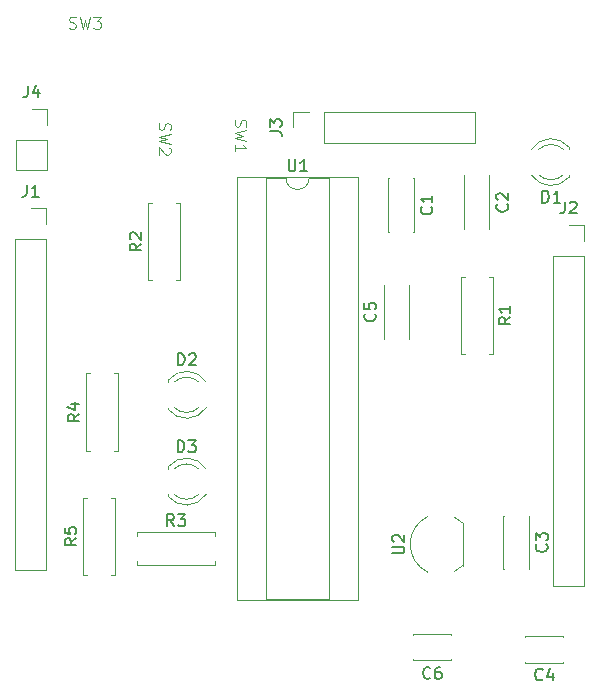
<source format=gbr>
%TF.GenerationSoftware,KiCad,Pcbnew,7.0.1*%
%TF.CreationDate,2023-05-23T13:55:40-05:00*%
%TF.ProjectId,HW4_Design,4857345f-4465-4736-9967-6e2e6b696361,rev?*%
%TF.SameCoordinates,Original*%
%TF.FileFunction,Legend,Top*%
%TF.FilePolarity,Positive*%
%FSLAX46Y46*%
G04 Gerber Fmt 4.6, Leading zero omitted, Abs format (unit mm)*
G04 Created by KiCad (PCBNEW 7.0.1) date 2023-05-23 13:55:40*
%MOMM*%
%LPD*%
G01*
G04 APERTURE LIST*
%ADD10C,0.150000*%
%ADD11C,0.100000*%
%ADD12C,0.120000*%
G04 APERTURE END LIST*
D10*
%TO.C,U2*%
X142927619Y-98571904D02*
X143737142Y-98571904D01*
X143737142Y-98571904D02*
X143832380Y-98524285D01*
X143832380Y-98524285D02*
X143880000Y-98476666D01*
X143880000Y-98476666D02*
X143927619Y-98381428D01*
X143927619Y-98381428D02*
X143927619Y-98190952D01*
X143927619Y-98190952D02*
X143880000Y-98095714D01*
X143880000Y-98095714D02*
X143832380Y-98048095D01*
X143832380Y-98048095D02*
X143737142Y-98000476D01*
X143737142Y-98000476D02*
X142927619Y-98000476D01*
X143022857Y-97571904D02*
X142975238Y-97524285D01*
X142975238Y-97524285D02*
X142927619Y-97429047D01*
X142927619Y-97429047D02*
X142927619Y-97190952D01*
X142927619Y-97190952D02*
X142975238Y-97095714D01*
X142975238Y-97095714D02*
X143022857Y-97048095D01*
X143022857Y-97048095D02*
X143118095Y-97000476D01*
X143118095Y-97000476D02*
X143213333Y-97000476D01*
X143213333Y-97000476D02*
X143356190Y-97048095D01*
X143356190Y-97048095D02*
X143927619Y-97619523D01*
X143927619Y-97619523D02*
X143927619Y-97000476D01*
%TO.C,U1*%
X134128095Y-65222619D02*
X134128095Y-66032142D01*
X134128095Y-66032142D02*
X134175714Y-66127380D01*
X134175714Y-66127380D02*
X134223333Y-66175000D01*
X134223333Y-66175000D02*
X134318571Y-66222619D01*
X134318571Y-66222619D02*
X134509047Y-66222619D01*
X134509047Y-66222619D02*
X134604285Y-66175000D01*
X134604285Y-66175000D02*
X134651904Y-66127380D01*
X134651904Y-66127380D02*
X134699523Y-66032142D01*
X134699523Y-66032142D02*
X134699523Y-65222619D01*
X135699523Y-66222619D02*
X135128095Y-66222619D01*
X135413809Y-66222619D02*
X135413809Y-65222619D01*
X135413809Y-65222619D02*
X135318571Y-65365476D01*
X135318571Y-65365476D02*
X135223333Y-65460714D01*
X135223333Y-65460714D02*
X135128095Y-65508333D01*
D11*
%TO.C,SW3*%
X115566667Y-54100000D02*
X115709524Y-54147619D01*
X115709524Y-54147619D02*
X115947619Y-54147619D01*
X115947619Y-54147619D02*
X116042857Y-54100000D01*
X116042857Y-54100000D02*
X116090476Y-54052380D01*
X116090476Y-54052380D02*
X116138095Y-53957142D01*
X116138095Y-53957142D02*
X116138095Y-53861904D01*
X116138095Y-53861904D02*
X116090476Y-53766666D01*
X116090476Y-53766666D02*
X116042857Y-53719047D01*
X116042857Y-53719047D02*
X115947619Y-53671428D01*
X115947619Y-53671428D02*
X115757143Y-53623809D01*
X115757143Y-53623809D02*
X115661905Y-53576190D01*
X115661905Y-53576190D02*
X115614286Y-53528571D01*
X115614286Y-53528571D02*
X115566667Y-53433333D01*
X115566667Y-53433333D02*
X115566667Y-53338095D01*
X115566667Y-53338095D02*
X115614286Y-53242857D01*
X115614286Y-53242857D02*
X115661905Y-53195238D01*
X115661905Y-53195238D02*
X115757143Y-53147619D01*
X115757143Y-53147619D02*
X115995238Y-53147619D01*
X115995238Y-53147619D02*
X116138095Y-53195238D01*
X116471429Y-53147619D02*
X116709524Y-54147619D01*
X116709524Y-54147619D02*
X116900000Y-53433333D01*
X116900000Y-53433333D02*
X117090476Y-54147619D01*
X117090476Y-54147619D02*
X117328572Y-53147619D01*
X117614286Y-53147619D02*
X118233333Y-53147619D01*
X118233333Y-53147619D02*
X117900000Y-53528571D01*
X117900000Y-53528571D02*
X118042857Y-53528571D01*
X118042857Y-53528571D02*
X118138095Y-53576190D01*
X118138095Y-53576190D02*
X118185714Y-53623809D01*
X118185714Y-53623809D02*
X118233333Y-53719047D01*
X118233333Y-53719047D02*
X118233333Y-53957142D01*
X118233333Y-53957142D02*
X118185714Y-54052380D01*
X118185714Y-54052380D02*
X118138095Y-54100000D01*
X118138095Y-54100000D02*
X118042857Y-54147619D01*
X118042857Y-54147619D02*
X117757143Y-54147619D01*
X117757143Y-54147619D02*
X117661905Y-54100000D01*
X117661905Y-54100000D02*
X117614286Y-54052380D01*
%TO.C,SW2*%
X123185000Y-62141667D02*
X123137380Y-62284524D01*
X123137380Y-62284524D02*
X123137380Y-62522619D01*
X123137380Y-62522619D02*
X123185000Y-62617857D01*
X123185000Y-62617857D02*
X123232619Y-62665476D01*
X123232619Y-62665476D02*
X123327857Y-62713095D01*
X123327857Y-62713095D02*
X123423095Y-62713095D01*
X123423095Y-62713095D02*
X123518333Y-62665476D01*
X123518333Y-62665476D02*
X123565952Y-62617857D01*
X123565952Y-62617857D02*
X123613571Y-62522619D01*
X123613571Y-62522619D02*
X123661190Y-62332143D01*
X123661190Y-62332143D02*
X123708809Y-62236905D01*
X123708809Y-62236905D02*
X123756428Y-62189286D01*
X123756428Y-62189286D02*
X123851666Y-62141667D01*
X123851666Y-62141667D02*
X123946904Y-62141667D01*
X123946904Y-62141667D02*
X124042142Y-62189286D01*
X124042142Y-62189286D02*
X124089761Y-62236905D01*
X124089761Y-62236905D02*
X124137380Y-62332143D01*
X124137380Y-62332143D02*
X124137380Y-62570238D01*
X124137380Y-62570238D02*
X124089761Y-62713095D01*
X124137380Y-63046429D02*
X123137380Y-63284524D01*
X123137380Y-63284524D02*
X123851666Y-63475000D01*
X123851666Y-63475000D02*
X123137380Y-63665476D01*
X123137380Y-63665476D02*
X124137380Y-63903572D01*
X124042142Y-64236905D02*
X124089761Y-64284524D01*
X124089761Y-64284524D02*
X124137380Y-64379762D01*
X124137380Y-64379762D02*
X124137380Y-64617857D01*
X124137380Y-64617857D02*
X124089761Y-64713095D01*
X124089761Y-64713095D02*
X124042142Y-64760714D01*
X124042142Y-64760714D02*
X123946904Y-64808333D01*
X123946904Y-64808333D02*
X123851666Y-64808333D01*
X123851666Y-64808333D02*
X123708809Y-64760714D01*
X123708809Y-64760714D02*
X123137380Y-64189286D01*
X123137380Y-64189286D02*
X123137380Y-64808333D01*
%TO.C,SW1*%
X129610000Y-61866667D02*
X129562380Y-62009524D01*
X129562380Y-62009524D02*
X129562380Y-62247619D01*
X129562380Y-62247619D02*
X129610000Y-62342857D01*
X129610000Y-62342857D02*
X129657619Y-62390476D01*
X129657619Y-62390476D02*
X129752857Y-62438095D01*
X129752857Y-62438095D02*
X129848095Y-62438095D01*
X129848095Y-62438095D02*
X129943333Y-62390476D01*
X129943333Y-62390476D02*
X129990952Y-62342857D01*
X129990952Y-62342857D02*
X130038571Y-62247619D01*
X130038571Y-62247619D02*
X130086190Y-62057143D01*
X130086190Y-62057143D02*
X130133809Y-61961905D01*
X130133809Y-61961905D02*
X130181428Y-61914286D01*
X130181428Y-61914286D02*
X130276666Y-61866667D01*
X130276666Y-61866667D02*
X130371904Y-61866667D01*
X130371904Y-61866667D02*
X130467142Y-61914286D01*
X130467142Y-61914286D02*
X130514761Y-61961905D01*
X130514761Y-61961905D02*
X130562380Y-62057143D01*
X130562380Y-62057143D02*
X130562380Y-62295238D01*
X130562380Y-62295238D02*
X130514761Y-62438095D01*
X130562380Y-62771429D02*
X129562380Y-63009524D01*
X129562380Y-63009524D02*
X130276666Y-63200000D01*
X130276666Y-63200000D02*
X129562380Y-63390476D01*
X129562380Y-63390476D02*
X130562380Y-63628572D01*
X129562380Y-64533333D02*
X129562380Y-63961905D01*
X129562380Y-64247619D02*
X130562380Y-64247619D01*
X130562380Y-64247619D02*
X130419523Y-64152381D01*
X130419523Y-64152381D02*
X130324285Y-64057143D01*
X130324285Y-64057143D02*
X130276666Y-63961905D01*
D10*
%TO.C,R5*%
X116167619Y-97306666D02*
X115691428Y-97639999D01*
X116167619Y-97878094D02*
X115167619Y-97878094D01*
X115167619Y-97878094D02*
X115167619Y-97497142D01*
X115167619Y-97497142D02*
X115215238Y-97401904D01*
X115215238Y-97401904D02*
X115262857Y-97354285D01*
X115262857Y-97354285D02*
X115358095Y-97306666D01*
X115358095Y-97306666D02*
X115500952Y-97306666D01*
X115500952Y-97306666D02*
X115596190Y-97354285D01*
X115596190Y-97354285D02*
X115643809Y-97401904D01*
X115643809Y-97401904D02*
X115691428Y-97497142D01*
X115691428Y-97497142D02*
X115691428Y-97878094D01*
X115167619Y-96401904D02*
X115167619Y-96878094D01*
X115167619Y-96878094D02*
X115643809Y-96925713D01*
X115643809Y-96925713D02*
X115596190Y-96878094D01*
X115596190Y-96878094D02*
X115548571Y-96782856D01*
X115548571Y-96782856D02*
X115548571Y-96544761D01*
X115548571Y-96544761D02*
X115596190Y-96449523D01*
X115596190Y-96449523D02*
X115643809Y-96401904D01*
X115643809Y-96401904D02*
X115739047Y-96354285D01*
X115739047Y-96354285D02*
X115977142Y-96354285D01*
X115977142Y-96354285D02*
X116072380Y-96401904D01*
X116072380Y-96401904D02*
X116120000Y-96449523D01*
X116120000Y-96449523D02*
X116167619Y-96544761D01*
X116167619Y-96544761D02*
X116167619Y-96782856D01*
X116167619Y-96782856D02*
X116120000Y-96878094D01*
X116120000Y-96878094D02*
X116072380Y-96925713D01*
%TO.C,R4*%
X116417619Y-86781666D02*
X115941428Y-87114999D01*
X116417619Y-87353094D02*
X115417619Y-87353094D01*
X115417619Y-87353094D02*
X115417619Y-86972142D01*
X115417619Y-86972142D02*
X115465238Y-86876904D01*
X115465238Y-86876904D02*
X115512857Y-86829285D01*
X115512857Y-86829285D02*
X115608095Y-86781666D01*
X115608095Y-86781666D02*
X115750952Y-86781666D01*
X115750952Y-86781666D02*
X115846190Y-86829285D01*
X115846190Y-86829285D02*
X115893809Y-86876904D01*
X115893809Y-86876904D02*
X115941428Y-86972142D01*
X115941428Y-86972142D02*
X115941428Y-87353094D01*
X115750952Y-85924523D02*
X116417619Y-85924523D01*
X115370000Y-86162618D02*
X116084285Y-86400713D01*
X116084285Y-86400713D02*
X116084285Y-85781666D01*
%TO.C,R3*%
X124433333Y-96267619D02*
X124100000Y-95791428D01*
X123861905Y-96267619D02*
X123861905Y-95267619D01*
X123861905Y-95267619D02*
X124242857Y-95267619D01*
X124242857Y-95267619D02*
X124338095Y-95315238D01*
X124338095Y-95315238D02*
X124385714Y-95362857D01*
X124385714Y-95362857D02*
X124433333Y-95458095D01*
X124433333Y-95458095D02*
X124433333Y-95600952D01*
X124433333Y-95600952D02*
X124385714Y-95696190D01*
X124385714Y-95696190D02*
X124338095Y-95743809D01*
X124338095Y-95743809D02*
X124242857Y-95791428D01*
X124242857Y-95791428D02*
X123861905Y-95791428D01*
X124766667Y-95267619D02*
X125385714Y-95267619D01*
X125385714Y-95267619D02*
X125052381Y-95648571D01*
X125052381Y-95648571D02*
X125195238Y-95648571D01*
X125195238Y-95648571D02*
X125290476Y-95696190D01*
X125290476Y-95696190D02*
X125338095Y-95743809D01*
X125338095Y-95743809D02*
X125385714Y-95839047D01*
X125385714Y-95839047D02*
X125385714Y-96077142D01*
X125385714Y-96077142D02*
X125338095Y-96172380D01*
X125338095Y-96172380D02*
X125290476Y-96220000D01*
X125290476Y-96220000D02*
X125195238Y-96267619D01*
X125195238Y-96267619D02*
X124909524Y-96267619D01*
X124909524Y-96267619D02*
X124814286Y-96220000D01*
X124814286Y-96220000D02*
X124766667Y-96172380D01*
%TO.C,R2*%
X121667619Y-72356666D02*
X121191428Y-72689999D01*
X121667619Y-72928094D02*
X120667619Y-72928094D01*
X120667619Y-72928094D02*
X120667619Y-72547142D01*
X120667619Y-72547142D02*
X120715238Y-72451904D01*
X120715238Y-72451904D02*
X120762857Y-72404285D01*
X120762857Y-72404285D02*
X120858095Y-72356666D01*
X120858095Y-72356666D02*
X121000952Y-72356666D01*
X121000952Y-72356666D02*
X121096190Y-72404285D01*
X121096190Y-72404285D02*
X121143809Y-72451904D01*
X121143809Y-72451904D02*
X121191428Y-72547142D01*
X121191428Y-72547142D02*
X121191428Y-72928094D01*
X120762857Y-71975713D02*
X120715238Y-71928094D01*
X120715238Y-71928094D02*
X120667619Y-71832856D01*
X120667619Y-71832856D02*
X120667619Y-71594761D01*
X120667619Y-71594761D02*
X120715238Y-71499523D01*
X120715238Y-71499523D02*
X120762857Y-71451904D01*
X120762857Y-71451904D02*
X120858095Y-71404285D01*
X120858095Y-71404285D02*
X120953333Y-71404285D01*
X120953333Y-71404285D02*
X121096190Y-71451904D01*
X121096190Y-71451904D02*
X121667619Y-72023332D01*
X121667619Y-72023332D02*
X121667619Y-71404285D01*
%TO.C,R1*%
X152907619Y-78576666D02*
X152431428Y-78909999D01*
X152907619Y-79148094D02*
X151907619Y-79148094D01*
X151907619Y-79148094D02*
X151907619Y-78767142D01*
X151907619Y-78767142D02*
X151955238Y-78671904D01*
X151955238Y-78671904D02*
X152002857Y-78624285D01*
X152002857Y-78624285D02*
X152098095Y-78576666D01*
X152098095Y-78576666D02*
X152240952Y-78576666D01*
X152240952Y-78576666D02*
X152336190Y-78624285D01*
X152336190Y-78624285D02*
X152383809Y-78671904D01*
X152383809Y-78671904D02*
X152431428Y-78767142D01*
X152431428Y-78767142D02*
X152431428Y-79148094D01*
X152907619Y-77624285D02*
X152907619Y-78195713D01*
X152907619Y-77909999D02*
X151907619Y-77909999D01*
X151907619Y-77909999D02*
X152050476Y-78005237D01*
X152050476Y-78005237D02*
X152145714Y-78100475D01*
X152145714Y-78100475D02*
X152193333Y-78195713D01*
%TO.C,J4*%
X112041666Y-58967619D02*
X112041666Y-59681904D01*
X112041666Y-59681904D02*
X111994047Y-59824761D01*
X111994047Y-59824761D02*
X111898809Y-59920000D01*
X111898809Y-59920000D02*
X111755952Y-59967619D01*
X111755952Y-59967619D02*
X111660714Y-59967619D01*
X112946428Y-59300952D02*
X112946428Y-59967619D01*
X112708333Y-58920000D02*
X112470238Y-59634285D01*
X112470238Y-59634285D02*
X113089285Y-59634285D01*
%TO.C,J3*%
X132542619Y-62833333D02*
X133256904Y-62833333D01*
X133256904Y-62833333D02*
X133399761Y-62880952D01*
X133399761Y-62880952D02*
X133495000Y-62976190D01*
X133495000Y-62976190D02*
X133542619Y-63119047D01*
X133542619Y-63119047D02*
X133542619Y-63214285D01*
X132542619Y-62452380D02*
X132542619Y-61833333D01*
X132542619Y-61833333D02*
X132923571Y-62166666D01*
X132923571Y-62166666D02*
X132923571Y-62023809D01*
X132923571Y-62023809D02*
X132971190Y-61928571D01*
X132971190Y-61928571D02*
X133018809Y-61880952D01*
X133018809Y-61880952D02*
X133114047Y-61833333D01*
X133114047Y-61833333D02*
X133352142Y-61833333D01*
X133352142Y-61833333D02*
X133447380Y-61880952D01*
X133447380Y-61880952D02*
X133495000Y-61928571D01*
X133495000Y-61928571D02*
X133542619Y-62023809D01*
X133542619Y-62023809D02*
X133542619Y-62309523D01*
X133542619Y-62309523D02*
X133495000Y-62404761D01*
X133495000Y-62404761D02*
X133447380Y-62452380D01*
%TO.C,J2*%
X157516666Y-68797619D02*
X157516666Y-69511904D01*
X157516666Y-69511904D02*
X157469047Y-69654761D01*
X157469047Y-69654761D02*
X157373809Y-69750000D01*
X157373809Y-69750000D02*
X157230952Y-69797619D01*
X157230952Y-69797619D02*
X157135714Y-69797619D01*
X157945238Y-68892857D02*
X157992857Y-68845238D01*
X157992857Y-68845238D02*
X158088095Y-68797619D01*
X158088095Y-68797619D02*
X158326190Y-68797619D01*
X158326190Y-68797619D02*
X158421428Y-68845238D01*
X158421428Y-68845238D02*
X158469047Y-68892857D01*
X158469047Y-68892857D02*
X158516666Y-68988095D01*
X158516666Y-68988095D02*
X158516666Y-69083333D01*
X158516666Y-69083333D02*
X158469047Y-69226190D01*
X158469047Y-69226190D02*
X157897619Y-69797619D01*
X157897619Y-69797619D02*
X158516666Y-69797619D01*
%TO.C,J1*%
X111966666Y-67377619D02*
X111966666Y-68091904D01*
X111966666Y-68091904D02*
X111919047Y-68234761D01*
X111919047Y-68234761D02*
X111823809Y-68330000D01*
X111823809Y-68330000D02*
X111680952Y-68377619D01*
X111680952Y-68377619D02*
X111585714Y-68377619D01*
X112966666Y-68377619D02*
X112395238Y-68377619D01*
X112680952Y-68377619D02*
X112680952Y-67377619D01*
X112680952Y-67377619D02*
X112585714Y-67520476D01*
X112585714Y-67520476D02*
X112490476Y-67615714D01*
X112490476Y-67615714D02*
X112395238Y-67663333D01*
%TO.C,D3*%
X124741905Y-90002619D02*
X124741905Y-89002619D01*
X124741905Y-89002619D02*
X124980000Y-89002619D01*
X124980000Y-89002619D02*
X125122857Y-89050238D01*
X125122857Y-89050238D02*
X125218095Y-89145476D01*
X125218095Y-89145476D02*
X125265714Y-89240714D01*
X125265714Y-89240714D02*
X125313333Y-89431190D01*
X125313333Y-89431190D02*
X125313333Y-89574047D01*
X125313333Y-89574047D02*
X125265714Y-89764523D01*
X125265714Y-89764523D02*
X125218095Y-89859761D01*
X125218095Y-89859761D02*
X125122857Y-89955000D01*
X125122857Y-89955000D02*
X124980000Y-90002619D01*
X124980000Y-90002619D02*
X124741905Y-90002619D01*
X125646667Y-89002619D02*
X126265714Y-89002619D01*
X126265714Y-89002619D02*
X125932381Y-89383571D01*
X125932381Y-89383571D02*
X126075238Y-89383571D01*
X126075238Y-89383571D02*
X126170476Y-89431190D01*
X126170476Y-89431190D02*
X126218095Y-89478809D01*
X126218095Y-89478809D02*
X126265714Y-89574047D01*
X126265714Y-89574047D02*
X126265714Y-89812142D01*
X126265714Y-89812142D02*
X126218095Y-89907380D01*
X126218095Y-89907380D02*
X126170476Y-89955000D01*
X126170476Y-89955000D02*
X126075238Y-90002619D01*
X126075238Y-90002619D02*
X125789524Y-90002619D01*
X125789524Y-90002619D02*
X125694286Y-89955000D01*
X125694286Y-89955000D02*
X125646667Y-89907380D01*
%TO.C,D2*%
X124756905Y-82652619D02*
X124756905Y-81652619D01*
X124756905Y-81652619D02*
X124995000Y-81652619D01*
X124995000Y-81652619D02*
X125137857Y-81700238D01*
X125137857Y-81700238D02*
X125233095Y-81795476D01*
X125233095Y-81795476D02*
X125280714Y-81890714D01*
X125280714Y-81890714D02*
X125328333Y-82081190D01*
X125328333Y-82081190D02*
X125328333Y-82224047D01*
X125328333Y-82224047D02*
X125280714Y-82414523D01*
X125280714Y-82414523D02*
X125233095Y-82509761D01*
X125233095Y-82509761D02*
X125137857Y-82605000D01*
X125137857Y-82605000D02*
X124995000Y-82652619D01*
X124995000Y-82652619D02*
X124756905Y-82652619D01*
X125709286Y-81747857D02*
X125756905Y-81700238D01*
X125756905Y-81700238D02*
X125852143Y-81652619D01*
X125852143Y-81652619D02*
X126090238Y-81652619D01*
X126090238Y-81652619D02*
X126185476Y-81700238D01*
X126185476Y-81700238D02*
X126233095Y-81747857D01*
X126233095Y-81747857D02*
X126280714Y-81843095D01*
X126280714Y-81843095D02*
X126280714Y-81938333D01*
X126280714Y-81938333D02*
X126233095Y-82081190D01*
X126233095Y-82081190D02*
X125661667Y-82652619D01*
X125661667Y-82652619D02*
X126280714Y-82652619D01*
%TO.C,D1*%
X155616905Y-68872619D02*
X155616905Y-67872619D01*
X155616905Y-67872619D02*
X155855000Y-67872619D01*
X155855000Y-67872619D02*
X155997857Y-67920238D01*
X155997857Y-67920238D02*
X156093095Y-68015476D01*
X156093095Y-68015476D02*
X156140714Y-68110714D01*
X156140714Y-68110714D02*
X156188333Y-68301190D01*
X156188333Y-68301190D02*
X156188333Y-68444047D01*
X156188333Y-68444047D02*
X156140714Y-68634523D01*
X156140714Y-68634523D02*
X156093095Y-68729761D01*
X156093095Y-68729761D02*
X155997857Y-68825000D01*
X155997857Y-68825000D02*
X155855000Y-68872619D01*
X155855000Y-68872619D02*
X155616905Y-68872619D01*
X157140714Y-68872619D02*
X156569286Y-68872619D01*
X156855000Y-68872619D02*
X156855000Y-67872619D01*
X156855000Y-67872619D02*
X156759762Y-68015476D01*
X156759762Y-68015476D02*
X156664524Y-68110714D01*
X156664524Y-68110714D02*
X156569286Y-68158333D01*
%TO.C,C6*%
X146133333Y-109117380D02*
X146085714Y-109165000D01*
X146085714Y-109165000D02*
X145942857Y-109212619D01*
X145942857Y-109212619D02*
X145847619Y-109212619D01*
X145847619Y-109212619D02*
X145704762Y-109165000D01*
X145704762Y-109165000D02*
X145609524Y-109069761D01*
X145609524Y-109069761D02*
X145561905Y-108974523D01*
X145561905Y-108974523D02*
X145514286Y-108784047D01*
X145514286Y-108784047D02*
X145514286Y-108641190D01*
X145514286Y-108641190D02*
X145561905Y-108450714D01*
X145561905Y-108450714D02*
X145609524Y-108355476D01*
X145609524Y-108355476D02*
X145704762Y-108260238D01*
X145704762Y-108260238D02*
X145847619Y-108212619D01*
X145847619Y-108212619D02*
X145942857Y-108212619D01*
X145942857Y-108212619D02*
X146085714Y-108260238D01*
X146085714Y-108260238D02*
X146133333Y-108307857D01*
X146990476Y-108212619D02*
X146800000Y-108212619D01*
X146800000Y-108212619D02*
X146704762Y-108260238D01*
X146704762Y-108260238D02*
X146657143Y-108307857D01*
X146657143Y-108307857D02*
X146561905Y-108450714D01*
X146561905Y-108450714D02*
X146514286Y-108641190D01*
X146514286Y-108641190D02*
X146514286Y-109022142D01*
X146514286Y-109022142D02*
X146561905Y-109117380D01*
X146561905Y-109117380D02*
X146609524Y-109165000D01*
X146609524Y-109165000D02*
X146704762Y-109212619D01*
X146704762Y-109212619D02*
X146895238Y-109212619D01*
X146895238Y-109212619D02*
X146990476Y-109165000D01*
X146990476Y-109165000D02*
X147038095Y-109117380D01*
X147038095Y-109117380D02*
X147085714Y-109022142D01*
X147085714Y-109022142D02*
X147085714Y-108784047D01*
X147085714Y-108784047D02*
X147038095Y-108688809D01*
X147038095Y-108688809D02*
X146990476Y-108641190D01*
X146990476Y-108641190D02*
X146895238Y-108593571D01*
X146895238Y-108593571D02*
X146704762Y-108593571D01*
X146704762Y-108593571D02*
X146609524Y-108641190D01*
X146609524Y-108641190D02*
X146561905Y-108688809D01*
X146561905Y-108688809D02*
X146514286Y-108784047D01*
%TO.C,C5*%
X141442380Y-78291666D02*
X141490000Y-78339285D01*
X141490000Y-78339285D02*
X141537619Y-78482142D01*
X141537619Y-78482142D02*
X141537619Y-78577380D01*
X141537619Y-78577380D02*
X141490000Y-78720237D01*
X141490000Y-78720237D02*
X141394761Y-78815475D01*
X141394761Y-78815475D02*
X141299523Y-78863094D01*
X141299523Y-78863094D02*
X141109047Y-78910713D01*
X141109047Y-78910713D02*
X140966190Y-78910713D01*
X140966190Y-78910713D02*
X140775714Y-78863094D01*
X140775714Y-78863094D02*
X140680476Y-78815475D01*
X140680476Y-78815475D02*
X140585238Y-78720237D01*
X140585238Y-78720237D02*
X140537619Y-78577380D01*
X140537619Y-78577380D02*
X140537619Y-78482142D01*
X140537619Y-78482142D02*
X140585238Y-78339285D01*
X140585238Y-78339285D02*
X140632857Y-78291666D01*
X140537619Y-77386904D02*
X140537619Y-77863094D01*
X140537619Y-77863094D02*
X141013809Y-77910713D01*
X141013809Y-77910713D02*
X140966190Y-77863094D01*
X140966190Y-77863094D02*
X140918571Y-77767856D01*
X140918571Y-77767856D02*
X140918571Y-77529761D01*
X140918571Y-77529761D02*
X140966190Y-77434523D01*
X140966190Y-77434523D02*
X141013809Y-77386904D01*
X141013809Y-77386904D02*
X141109047Y-77339285D01*
X141109047Y-77339285D02*
X141347142Y-77339285D01*
X141347142Y-77339285D02*
X141442380Y-77386904D01*
X141442380Y-77386904D02*
X141490000Y-77434523D01*
X141490000Y-77434523D02*
X141537619Y-77529761D01*
X141537619Y-77529761D02*
X141537619Y-77767856D01*
X141537619Y-77767856D02*
X141490000Y-77863094D01*
X141490000Y-77863094D02*
X141442380Y-77910713D01*
%TO.C,C4*%
X155633333Y-109242380D02*
X155585714Y-109290000D01*
X155585714Y-109290000D02*
X155442857Y-109337619D01*
X155442857Y-109337619D02*
X155347619Y-109337619D01*
X155347619Y-109337619D02*
X155204762Y-109290000D01*
X155204762Y-109290000D02*
X155109524Y-109194761D01*
X155109524Y-109194761D02*
X155061905Y-109099523D01*
X155061905Y-109099523D02*
X155014286Y-108909047D01*
X155014286Y-108909047D02*
X155014286Y-108766190D01*
X155014286Y-108766190D02*
X155061905Y-108575714D01*
X155061905Y-108575714D02*
X155109524Y-108480476D01*
X155109524Y-108480476D02*
X155204762Y-108385238D01*
X155204762Y-108385238D02*
X155347619Y-108337619D01*
X155347619Y-108337619D02*
X155442857Y-108337619D01*
X155442857Y-108337619D02*
X155585714Y-108385238D01*
X155585714Y-108385238D02*
X155633333Y-108432857D01*
X156490476Y-108670952D02*
X156490476Y-109337619D01*
X156252381Y-108290000D02*
X156014286Y-109004285D01*
X156014286Y-109004285D02*
X156633333Y-109004285D01*
%TO.C,C3*%
X155967380Y-97816666D02*
X156015000Y-97864285D01*
X156015000Y-97864285D02*
X156062619Y-98007142D01*
X156062619Y-98007142D02*
X156062619Y-98102380D01*
X156062619Y-98102380D02*
X156015000Y-98245237D01*
X156015000Y-98245237D02*
X155919761Y-98340475D01*
X155919761Y-98340475D02*
X155824523Y-98388094D01*
X155824523Y-98388094D02*
X155634047Y-98435713D01*
X155634047Y-98435713D02*
X155491190Y-98435713D01*
X155491190Y-98435713D02*
X155300714Y-98388094D01*
X155300714Y-98388094D02*
X155205476Y-98340475D01*
X155205476Y-98340475D02*
X155110238Y-98245237D01*
X155110238Y-98245237D02*
X155062619Y-98102380D01*
X155062619Y-98102380D02*
X155062619Y-98007142D01*
X155062619Y-98007142D02*
X155110238Y-97864285D01*
X155110238Y-97864285D02*
X155157857Y-97816666D01*
X155062619Y-97483332D02*
X155062619Y-96864285D01*
X155062619Y-96864285D02*
X155443571Y-97197618D01*
X155443571Y-97197618D02*
X155443571Y-97054761D01*
X155443571Y-97054761D02*
X155491190Y-96959523D01*
X155491190Y-96959523D02*
X155538809Y-96911904D01*
X155538809Y-96911904D02*
X155634047Y-96864285D01*
X155634047Y-96864285D02*
X155872142Y-96864285D01*
X155872142Y-96864285D02*
X155967380Y-96911904D01*
X155967380Y-96911904D02*
X156015000Y-96959523D01*
X156015000Y-96959523D02*
X156062619Y-97054761D01*
X156062619Y-97054761D02*
X156062619Y-97340475D01*
X156062619Y-97340475D02*
X156015000Y-97435713D01*
X156015000Y-97435713D02*
X155967380Y-97483332D01*
%TO.C,C2*%
X152642380Y-69016666D02*
X152690000Y-69064285D01*
X152690000Y-69064285D02*
X152737619Y-69207142D01*
X152737619Y-69207142D02*
X152737619Y-69302380D01*
X152737619Y-69302380D02*
X152690000Y-69445237D01*
X152690000Y-69445237D02*
X152594761Y-69540475D01*
X152594761Y-69540475D02*
X152499523Y-69588094D01*
X152499523Y-69588094D02*
X152309047Y-69635713D01*
X152309047Y-69635713D02*
X152166190Y-69635713D01*
X152166190Y-69635713D02*
X151975714Y-69588094D01*
X151975714Y-69588094D02*
X151880476Y-69540475D01*
X151880476Y-69540475D02*
X151785238Y-69445237D01*
X151785238Y-69445237D02*
X151737619Y-69302380D01*
X151737619Y-69302380D02*
X151737619Y-69207142D01*
X151737619Y-69207142D02*
X151785238Y-69064285D01*
X151785238Y-69064285D02*
X151832857Y-69016666D01*
X151832857Y-68635713D02*
X151785238Y-68588094D01*
X151785238Y-68588094D02*
X151737619Y-68492856D01*
X151737619Y-68492856D02*
X151737619Y-68254761D01*
X151737619Y-68254761D02*
X151785238Y-68159523D01*
X151785238Y-68159523D02*
X151832857Y-68111904D01*
X151832857Y-68111904D02*
X151928095Y-68064285D01*
X151928095Y-68064285D02*
X152023333Y-68064285D01*
X152023333Y-68064285D02*
X152166190Y-68111904D01*
X152166190Y-68111904D02*
X152737619Y-68683332D01*
X152737619Y-68683332D02*
X152737619Y-68064285D01*
%TO.C,C1*%
X146217380Y-69241666D02*
X146265000Y-69289285D01*
X146265000Y-69289285D02*
X146312619Y-69432142D01*
X146312619Y-69432142D02*
X146312619Y-69527380D01*
X146312619Y-69527380D02*
X146265000Y-69670237D01*
X146265000Y-69670237D02*
X146169761Y-69765475D01*
X146169761Y-69765475D02*
X146074523Y-69813094D01*
X146074523Y-69813094D02*
X145884047Y-69860713D01*
X145884047Y-69860713D02*
X145741190Y-69860713D01*
X145741190Y-69860713D02*
X145550714Y-69813094D01*
X145550714Y-69813094D02*
X145455476Y-69765475D01*
X145455476Y-69765475D02*
X145360238Y-69670237D01*
X145360238Y-69670237D02*
X145312619Y-69527380D01*
X145312619Y-69527380D02*
X145312619Y-69432142D01*
X145312619Y-69432142D02*
X145360238Y-69289285D01*
X145360238Y-69289285D02*
X145407857Y-69241666D01*
X146312619Y-68289285D02*
X146312619Y-68860713D01*
X146312619Y-68574999D02*
X145312619Y-68574999D01*
X145312619Y-68574999D02*
X145455476Y-68670237D01*
X145455476Y-68670237D02*
X145550714Y-68765475D01*
X145550714Y-68765475D02*
X145598333Y-68860713D01*
D12*
%TO.C,U2*%
X148875000Y-99610000D02*
X148875000Y-96010000D01*
X145926193Y-95453600D02*
G75*
G03*
X144425000Y-97810000I1098807J-2356400D01*
G01*
X144425001Y-97810000D02*
G75*
G03*
X145926193Y-100166399I2599999J0D01*
G01*
X148147795Y-100134183D02*
G75*
G03*
X148874999Y-99609999I-1122795J2324183D01*
G01*
X148874999Y-96010001D02*
G75*
G03*
X148147795Y-95485817I-1849999J-1799999D01*
G01*
%TO.C,U1*%
X132240000Y-102440000D02*
X137540000Y-102440000D01*
X140030000Y-66700000D02*
X129750000Y-66700000D01*
X140030000Y-102500000D02*
X140030000Y-66700000D01*
X137540000Y-66760000D02*
X135890000Y-66760000D01*
X129750000Y-102500000D02*
X140030000Y-102500000D01*
X137540000Y-102440000D02*
X137540000Y-66760000D01*
X132240000Y-66760000D02*
X132240000Y-102440000D01*
X133890000Y-66760000D02*
X132240000Y-66760000D01*
X129750000Y-66700000D02*
X129750000Y-102500000D01*
X133890000Y-66760000D02*
G75*
G03*
X135890000Y-66760000I1000000J0D01*
G01*
%TO.C,R5*%
X119445000Y-93870000D02*
X119115000Y-93870000D01*
X116705000Y-100410000D02*
X116705000Y-93870000D01*
X119445000Y-100410000D02*
X119445000Y-93870000D01*
X119115000Y-100410000D02*
X119445000Y-100410000D01*
X117035000Y-100410000D02*
X116705000Y-100410000D01*
X116705000Y-93870000D02*
X117035000Y-93870000D01*
%TO.C,R4*%
X119695000Y-83345000D02*
X119365000Y-83345000D01*
X116955000Y-89885000D02*
X116955000Y-83345000D01*
X119695000Y-89885000D02*
X119695000Y-83345000D01*
X119365000Y-89885000D02*
X119695000Y-89885000D01*
X117285000Y-89885000D02*
X116955000Y-89885000D01*
X116955000Y-83345000D02*
X117285000Y-83345000D01*
%TO.C,R3*%
X127870000Y-99545000D02*
X127870000Y-99215000D01*
X121330000Y-96805000D02*
X127870000Y-96805000D01*
X121330000Y-99545000D02*
X127870000Y-99545000D01*
X121330000Y-99215000D02*
X121330000Y-99545000D01*
X121330000Y-97135000D02*
X121330000Y-96805000D01*
X127870000Y-96805000D02*
X127870000Y-97135000D01*
%TO.C,R2*%
X124945000Y-68920000D02*
X124615000Y-68920000D01*
X122205000Y-75460000D02*
X122205000Y-68920000D01*
X124945000Y-75460000D02*
X124945000Y-68920000D01*
X124615000Y-75460000D02*
X124945000Y-75460000D01*
X122535000Y-75460000D02*
X122205000Y-75460000D01*
X122205000Y-68920000D02*
X122535000Y-68920000D01*
%TO.C,R1*%
X148705000Y-81680000D02*
X149035000Y-81680000D01*
X151445000Y-75140000D02*
X151445000Y-81680000D01*
X148705000Y-75140000D02*
X148705000Y-81680000D01*
X149035000Y-75140000D02*
X148705000Y-75140000D01*
X151115000Y-75140000D02*
X151445000Y-75140000D01*
X151445000Y-81680000D02*
X151115000Y-81680000D01*
%TO.C,J4*%
X111045000Y-63545000D02*
X111045000Y-66145000D01*
X113705000Y-63545000D02*
X113705000Y-66145000D01*
X111045000Y-63545000D02*
X113705000Y-63545000D01*
X112375000Y-60945000D02*
X113705000Y-60945000D01*
X113705000Y-60945000D02*
X113705000Y-62275000D01*
X111045000Y-66145000D02*
X113705000Y-66145000D01*
%TO.C,J3*%
X149880000Y-63830000D02*
X149880000Y-61170000D01*
X137120000Y-63830000D02*
X149880000Y-63830000D01*
X134520000Y-61170000D02*
X135850000Y-61170000D01*
X137120000Y-61170000D02*
X149880000Y-61170000D01*
X137120000Y-63830000D02*
X137120000Y-61170000D01*
X134520000Y-62500000D02*
X134520000Y-61170000D01*
%TO.C,J2*%
X157850000Y-70775000D02*
X159180000Y-70775000D01*
X156520000Y-73375000D02*
X156520000Y-101375000D01*
X156520000Y-101375000D02*
X159180000Y-101375000D01*
X156520000Y-73375000D02*
X159180000Y-73375000D01*
X159180000Y-73375000D02*
X159180000Y-101375000D01*
X159180000Y-70775000D02*
X159180000Y-72105000D01*
%TO.C,J1*%
X112300000Y-69355000D02*
X113630000Y-69355000D01*
X110970000Y-71955000D02*
X110970000Y-99955000D01*
X110970000Y-99955000D02*
X113630000Y-99955000D01*
X110970000Y-71955000D02*
X113630000Y-71955000D01*
X113630000Y-71955000D02*
X113630000Y-99955000D01*
X113630000Y-69355000D02*
X113630000Y-70685000D01*
%TO.C,D3*%
X123920000Y-91264000D02*
X123920000Y-91420000D01*
X123920000Y-93580000D02*
X123920000Y-93736000D01*
X126521129Y-91420164D02*
G75*
G03*
X124439040Y-91420001I-1041129J-1079836D01*
G01*
X123920001Y-93735515D02*
G75*
G03*
X127152334Y-93578608I1559999J1235515D01*
G01*
X124439040Y-93579999D02*
G75*
G03*
X126521129Y-93579836I1040960J1079999D01*
G01*
X127152334Y-91421392D02*
G75*
G03*
X123920001Y-91264485I-1672334J-1078608D01*
G01*
%TO.C,D2*%
X123935000Y-83914000D02*
X123935000Y-84070000D01*
X123935000Y-86230000D02*
X123935000Y-86386000D01*
X126536129Y-84070164D02*
G75*
G03*
X124454040Y-84070001I-1041129J-1079836D01*
G01*
X123935001Y-86385515D02*
G75*
G03*
X127167334Y-86228608I1559999J1235515D01*
G01*
X124454040Y-86229999D02*
G75*
G03*
X126536129Y-86229836I1040960J1079999D01*
G01*
X127167334Y-84071392D02*
G75*
G03*
X123935001Y-83914485I-1672334J-1078608D01*
G01*
%TO.C,D1*%
X157915000Y-66686000D02*
X157915000Y-66530000D01*
X157915000Y-64370000D02*
X157915000Y-64214000D01*
X155313871Y-66529836D02*
G75*
G03*
X157395960Y-66529999I1041129J1079836D01*
G01*
X157914999Y-64214485D02*
G75*
G03*
X154682666Y-64371392I-1559999J-1235515D01*
G01*
X157395960Y-64370001D02*
G75*
G03*
X155313871Y-64370164I-1040960J-1079999D01*
G01*
X154682666Y-66528608D02*
G75*
G03*
X157914999Y-66685515I1672334J1078608D01*
G01*
%TO.C,C6*%
X147920000Y-107620000D02*
X144680000Y-107620000D01*
X144680000Y-107620000D02*
X144680000Y-107555000D01*
X144680000Y-105445000D02*
X144680000Y-105380000D01*
X147920000Y-105445000D02*
X147920000Y-105380000D01*
X147920000Y-105380000D02*
X144680000Y-105380000D01*
X147920000Y-107620000D02*
X147920000Y-107555000D01*
%TO.C,C5*%
X144330000Y-80395000D02*
X144345000Y-80395000D01*
X142205000Y-75855000D02*
X142220000Y-75855000D01*
X142205000Y-80395000D02*
X142220000Y-80395000D01*
X144330000Y-75855000D02*
X144345000Y-75855000D01*
X142205000Y-80395000D02*
X142205000Y-75855000D01*
X144345000Y-80395000D02*
X144345000Y-75855000D01*
%TO.C,C4*%
X154130000Y-105580000D02*
X157370000Y-105580000D01*
X157370000Y-105580000D02*
X157370000Y-105645000D01*
X157370000Y-107755000D02*
X157370000Y-107820000D01*
X154130000Y-107755000D02*
X154130000Y-107820000D01*
X154130000Y-107820000D02*
X157370000Y-107820000D01*
X154130000Y-105580000D02*
X154130000Y-105645000D01*
%TO.C,C3*%
X152345000Y-95380000D02*
X152330000Y-95380000D01*
X154470000Y-99920000D02*
X154455000Y-99920000D01*
X154470000Y-95380000D02*
X154455000Y-95380000D01*
X152345000Y-99920000D02*
X152330000Y-99920000D01*
X154470000Y-95380000D02*
X154470000Y-99920000D01*
X152330000Y-95380000D02*
X152330000Y-99920000D01*
%TO.C,C2*%
X149020000Y-66580000D02*
X149005000Y-66580000D01*
X151145000Y-71120000D02*
X151130000Y-71120000D01*
X151145000Y-66580000D02*
X151130000Y-66580000D01*
X149020000Y-71120000D02*
X149005000Y-71120000D01*
X151145000Y-66580000D02*
X151145000Y-71120000D01*
X149005000Y-66580000D02*
X149005000Y-71120000D01*
%TO.C,C1*%
X142595000Y-66805000D02*
X142580000Y-66805000D01*
X144720000Y-71345000D02*
X144705000Y-71345000D01*
X144720000Y-66805000D02*
X144705000Y-66805000D01*
X142595000Y-71345000D02*
X142580000Y-71345000D01*
X144720000Y-66805000D02*
X144720000Y-71345000D01*
X142580000Y-66805000D02*
X142580000Y-71345000D01*
%TD*%
M02*

</source>
